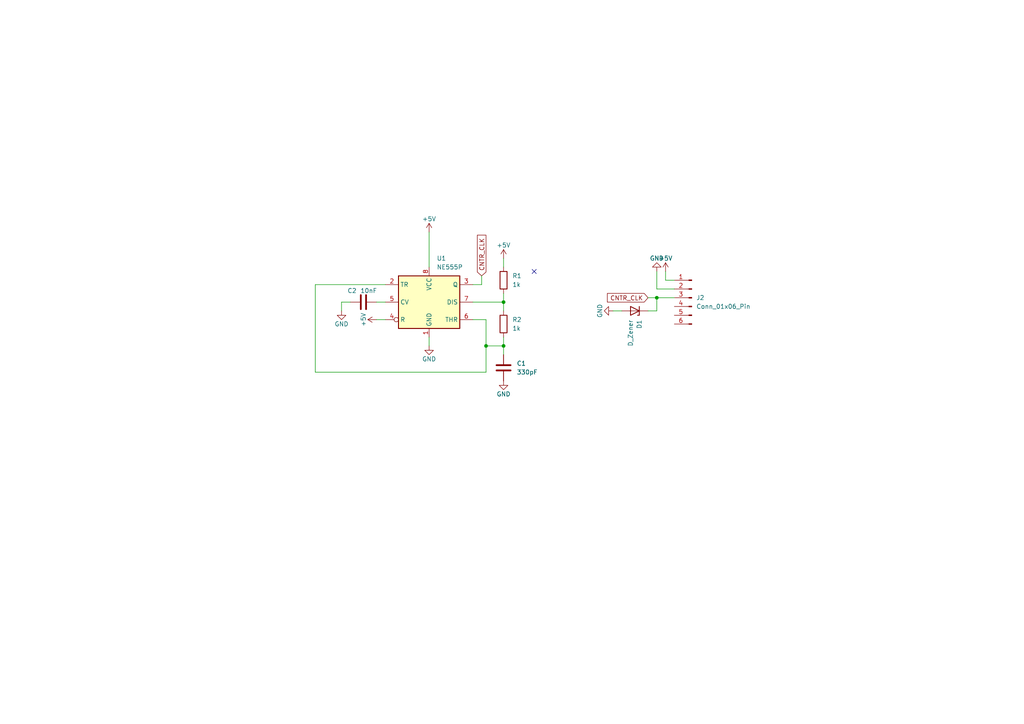
<source format=kicad_sch>
(kicad_sch (version 20231120) (generator "eeschema") (generator_version "8.0")
  (paper "A4")
  (lib_symbols
    (symbol "Connector:Conn_01x06_Pin" (pin_names (offset 1.016) hide)
      (property "Reference" "J" (at 0 7.62 0))
      (property "Value" "Conn_01x06_Pin" (at 0 -10.16 0))
      (symbol "Conn_01x06_Pin_1_1"
        (polyline (pts (xy 1.27 -7.62) (xy 0.8636 -7.62)) (stroke (width 0.1524)))
        (polyline (pts (xy 1.27 -5.08) (xy 0.8636 -5.08)) (stroke (width 0.1524)))
        (polyline (pts (xy 1.27 -2.54) (xy 0.8636 -2.54)) (stroke (width 0.1524)))
        (polyline (pts (xy 1.27 0) (xy 0.8636 0)) (stroke (width 0.1524)))
        (polyline (pts (xy 1.27 2.54) (xy 0.8636 2.54)) (stroke (width 0.1524)))
        (polyline (pts (xy 1.27 5.08) (xy 0.8636 5.08)) (stroke (width 0.1524)))
        (rectangle (start 0.8636 -7.493) (end 0 -7.747) (stroke (width 0.1524)) (fill (type outline)))
        (rectangle (start 0.8636 -4.953) (end 0 -5.207) (stroke (width 0.1524)) (fill (type outline)))
        (rectangle (start 0.8636 -2.413) (end 0 -2.667) (stroke (width 0.1524)) (fill (type outline)))
        (rectangle (start 0.8636 0.127) (end 0 -0.127) (stroke (width 0.1524)) (fill (type outline)))
        (rectangle (start 0.8636 2.667) (end 0 2.413) (stroke (width 0.1524)) (fill (type outline)))
        (rectangle (start 0.8636 5.207) (end 0 4.953) (stroke (width 0.1524)) (fill (type outline)))
        (pin passive line (at 5.08 5.08 180) (length 3.81) (name "Pin_1") (number "1"))
        (pin passive line (at 5.08 2.54 180) (length 3.81) (name "Pin_2") (number "2"))
        (pin passive line (at 5.08 0 180) (length 3.81) (name "Pin_3") (number "3"))
        (pin passive line (at 5.08 -2.54 180) (length 3.81) (name "Pin_4") (number "4"))
        (pin passive line (at 5.08 -5.08 180) (length 3.81) (name "Pin_5") (number "5"))
        (pin passive line (at 5.08 -7.62 180) (length 3.81) (name "Pin_6") (number "6"))
      )
    )
    (symbol "Device:C" (pin_numbers hide) (pin_names (offset 0.254))
      (property "Reference" "C" (at 0.635 2.54 0))
      (property "Value" "C" (at 0.635 -2.54 0))
      (symbol "C_0_1"
        (polyline (pts (xy -2.032 -0.762) (xy 2.032 -0.762)) (stroke (width 0.508)))
        (polyline (pts (xy -2.032 0.762) (xy 2.032 0.762)) (stroke (width 0.508)))
      )
      (symbol "C_1_1"
        (pin passive line (at 0 3.81 270) (length 2.794) (name "~") (number "1"))
        (pin passive line (at 0 -3.81 90) (length 2.794) (name "~") (number "2"))
      )
    )
    (symbol "Device:D_Zener" (pin_numbers hide) (pin_names (offset 1.016) hide)
      (property "Reference" "D" (at 0 2.54 0))
      (property "Value" "D_Zener" (at 0 -2.54 0))
      (symbol "D_Zener_0_1"
        (polyline (pts (xy 1.27 0) (xy -1.27 0)))
        (polyline (pts (xy -1.27 -1.27) (xy -1.27 1.27) (xy -0.762 1.27)) (stroke (width 0.254)))
        (polyline (pts (xy 1.27 -1.27) (xy 1.27 1.27) (xy -1.27 0) (xy 1.27 -1.27)) (stroke (width 0.254)))
      )
      (symbol "D_Zener_1_1"
        (pin passive line (at -3.81 0 0) (length 2.54) (name "K") (number "1"))
        (pin passive line (at 3.81 0 180) (length 2.54) (name "A") (number "2"))
      )
    )
    (symbol "Device:R" (pin_numbers hide) (pin_names (offset 0))
      (property "Reference" "R" (at 2.032 0 90))
      (property "Value" "R" (at 0 0 90))
      (symbol "R_0_1"
        (rectangle (start -1.016 -2.54) (end 1.016 2.54) (stroke (width 0.254)))
      )
      (symbol "R_1_1"
        (pin passive line (at 0 3.81 270) (length 1.27) (name "~") (number "1"))
        (pin passive line (at 0 -3.81 90) (length 1.27) (name "~") (number "2"))
      )
    )
    (symbol "Timer:NE555P"
      (property "Reference" "U" (at -10.16 8.89 0))
      (property "Value" "NE555P" (at 2.54 8.89 0))
      (symbol "NE555P_0_0"
        (pin power_in line (at 0 -10.16 90) (length 2.54) (name "GND") (number "1"))
        (pin power_in line (at 0 10.16 270) (length 2.54) (name "VCC") (number "8"))
      )
      (symbol "NE555P_0_1"
        (rectangle (start -8.89 -7.62) (end 8.89 7.62) (stroke (width 0.254)) (fill (type background)))
        (rectangle (start -8.89 -7.62) (end 8.89 7.62) (stroke (width 0.254)) (fill (type background)))
      )
      (symbol "NE555P_1_1"
        (pin input line (at -12.7 5.08 0) (length 3.81) (name "TR") (number "2"))
        (pin output line (at 12.7 5.08 180) (length 3.81) (name "Q") (number "3"))
        (pin input inverted (at -12.7 -5.08 0) (length 3.81) (name "R") (number "4"))
        (pin input line (at -12.7 0 0) (length 3.81) (name "CV") (number "5"))
        (pin input line (at 12.7 -5.08 180) (length 3.81) (name "THR") (number "6"))
        (pin input line (at 12.7 0 180) (length 3.81) (name "DIS") (number "7"))
      )
    )
    (symbol "power:+5V" (power) (pin_names (offset 0))
      (property "Value" "+5V" (at 0 3.556 0))
      (symbol "+5V_0_1"
        (polyline (pts (xy -0.762 1.27) (xy 0 2.54)))
        (polyline (pts (xy 0 0) (xy 0 2.54)))
        (polyline (pts (xy 0 2.54) (xy 0.762 1.27)))
      )
      (symbol "+5V_1_1"
        (pin power_in line (at 0 0 90) (length 0) hide (name "+5V") (number "1"))
      )
    )
    (symbol "power:GND" (power) (pin_names (offset 0))
      (property "Value" "GND" (at 0 -3.81 0))
      (symbol "GND_0_1"
        (polyline (pts (xy 0 0) (xy 0 -1.27) (xy 1.27 -1.27) (xy 0 -2.54) (xy -1.27 -1.27) (xy 0 -1.27)))
      )
      (symbol "GND_1_1"
        (pin power_in line (at 0 0 270) (length 0) hide (name "GND") (number "1"))
      )
    )
  )
  (junction (at 140.97 100.33))
  (junction (at 190.5 86.36))
  (junction (at 146.05 100.33))
  (junction (at 146.05 87.63))
  (no_connect (at 154.94 78.74))
  (wire (pts (xy 190.5 86.36) (xy 195.58 86.36)))
  (wire (pts (xy 109.22 92.71) (xy 111.76 92.71)))
  (wire (pts (xy 124.46 100.33) (xy 124.46 97.79)))
  (wire (pts (xy 190.5 78.74) (xy 190.5 83.82)))
  (wire (pts (xy 91.44 107.95) (xy 140.97 107.95)))
  (wire (pts (xy 140.97 100.33) (xy 146.05 100.33)))
  (wire (pts (xy 99.06 87.63) (xy 101.6 87.63)))
  (wire (pts (xy 146.05 74.93) (xy 146.05 77.47)))
  (wire (pts (xy 146.05 102.87) (xy 146.05 100.33)))
  (wire (pts (xy 190.5 86.36) (xy 190.5 90.17)))
  (wire (pts (xy 195.58 81.28) (xy 193.04 81.28)))
  (wire (pts (xy 146.05 97.79) (xy 146.05 100.33)))
  (wire (pts (xy 140.97 92.71) (xy 140.97 100.33)))
  (wire (pts (xy 137.16 92.71) (xy 140.97 92.71)))
  (wire (pts (xy 139.7 82.55) (xy 137.16 82.55)))
  (wire (pts (xy 137.16 87.63) (xy 146.05 87.63)))
  (wire (pts (xy 99.06 90.17) (xy 99.06 87.63)))
  (wire (pts (xy 193.04 81.28) (xy 193.04 78.74)))
  (wire (pts (xy 109.22 87.63) (xy 111.76 87.63)))
  (wire (pts (xy 140.97 107.95) (xy 140.97 100.33)))
  (wire (pts (xy 91.44 82.55) (xy 111.76 82.55)))
  (wire (pts (xy 187.96 86.36) (xy 190.5 86.36)))
  (wire (pts (xy 187.96 90.17) (xy 190.5 90.17)))
  (wire (pts (xy 124.46 67.31) (xy 124.46 77.47)))
  (wire (pts (xy 190.5 83.82) (xy 195.58 83.82)))
  (wire (pts (xy 139.7 80.01) (xy 139.7 82.55)))
  (wire (pts (xy 146.05 85.09) (xy 146.05 87.63)))
  (wire (pts (xy 91.44 82.55) (xy 91.44 107.95)))
  (wire (pts (xy 146.05 90.17) (xy 146.05 87.63)))
  (wire (pts (xy 180.34 90.17) (xy 177.8 90.17)))
  (global_label "CNTR_CLK" (shape input) (at 187.96 86.36 180) (property "Intersheetrefs" "${INTERSHEET_REFS}" (effects (hide yes))))
  (global_label "CNTR_CLK" (shape input) (at 139.7 80.01 90) (property "Intersheetrefs" "${INTERSHEET_REFS}" (effects (hide yes))))
  (symbol (lib_id "power:GND") (at 177.8 90.17 270) (mirror x) (unit 1)
    (property "Reference" "#PWR09" (effects (hide yes)))
    (property "Value" "GND" (at 173.99 90.17 0))
  )
  (symbol (lib_id "Device:R") (at 146.05 81.28 0) (unit 1)
    (property "Reference" "R1" (at 148.59 80.0099 0) (effects (justify left)))
    (property "Value" "1k" (at 148.59 82.5499 0) (effects (justify left)))
    (property "Footprint" "Resistor_THT:R_Axial_DIN0204_L3.6mm_D1.6mm_P5.08mm_Horizontal" (effects (hide yes)))
    (property "Description" "Resistor" (effects (hide yes)))
  )
  (symbol (lib_id "Device:R") (at 146.05 93.98 0) (unit 1)
    (property "Reference" "R2" (at 148.59 92.7099 0) (effects (justify left)))
    (property "Value" "1k" (at 148.59 95.2499 0) (effects (justify left)))
    (property "Footprint" "Resistor_THT:R_Axial_DIN0204_L3.6mm_D1.6mm_P5.08mm_Horizontal" (effects (hide yes)))
    (property "Description" "Resistor" (effects (hide yes)))
  )
  (symbol (lib_id "Device:D_Zener") (at 184.15 90.17 180) (unit 1)
    (property "Reference" "D1" (at 185.4201 92.71 90) (effects (justify left)))
    (property "Value" "D_Zener" (at 182.8801 92.71 90) (effects (justify left)))
    (property "Footprint" "Diode_THT:D_5W_P12.70mm_Horizontal" (effects (hide yes)))
    (property "Description" "Zener diode" (effects (hide yes)))
  )
  (symbol (lib_id "power:+5V") (at 109.22 92.71 90) (unit 1)
    (property "Reference" "#PWR04" (effects (hide yes)))
    (property "Value" "+5V" (at 105.41 92.71 0))
  )
  (symbol (lib_id "Device:C") (at 105.41 87.63 90) (unit 1)
    (property "Reference" "C2" (at 102.108 84.328 90))
    (property "Value" "10nF" (at 106.934 84.328 90))
    (property "Footprint" "Capacitor_THT:CP_Radial_D4.0mm_P2.00mm" (effects (hide yes)))
    (property "Description" "Unpolarized capacitor" (effects (hide yes)))
  )
  (symbol (lib_id "power:GND") (at 99.06 90.17 0) (mirror y) (unit 1)
    (property "Reference" "#PWR07" (effects (hide yes)))
    (property "Value" "GND" (at 99.06 93.98 0))
  )
  (symbol (lib_id "Timer:NE555P") (at 124.46 87.63 0) (unit 1)
    (property "Reference" "U1" (at 126.6541 74.93 0) (effects (justify left)))
    (property "Value" "NE555P" (at 126.6541 77.47 0) (effects (justify left)))
    (property "Footprint" "Package_DIP:DIP-8_W7.62mm" (effects (hide yes)))
    (property "Datasheet" "http://www.ti.com/lit/ds/symlink/ne555.pdf" (effects (hide yes)))
    (property "Description" "Precision Timers, 555 compatible,  PDIP-8" (effects (hide yes)))
  )
  (symbol (lib_id "power:+5V") (at 124.46 67.31 0) (unit 1)
    (property "Reference" "#PWR03" (effects (hide yes)))
    (property "Value" "+5V" (at 124.46 63.5 0))
  )
  (symbol (lib_id "power:GND") (at 124.46 100.33 0) (mirror y) (unit 1)
    (property "Reference" "#PWR08" (effects (hide yes)))
    (property "Value" "GND" (at 124.46 104.14 0))
  )
  (symbol (lib_id "Connector:Conn_01x06_Pin") (at 200.66 86.36 0) (mirror y) (unit 1)
    (property "Reference" "J2" (at 201.93 86.3599 0) (effects (justify right)))
    (property "Value" "Conn_01x06_Pin" (at 201.93 88.8999 0) (effects (justify right)))
    (property "Footprint" "Connector_PinHeader_2.54mm:PinHeader_1x20_P2.54mm_Vertical" (effects (hide yes)))
    (property "Description" "Generic connector, single row, 01x06, script generated" (effects (hide yes)))
  )
  (symbol (lib_id "Device:C") (at 146.05 106.68 0) (unit 1)
    (property "Reference" "C1" (at 149.86 105.4099 0) (effects (justify left)))
    (property "Value" "330pF" (at 149.86 107.9499 0) (effects (justify left)))
    (property "Footprint" "Capacitor_THT:CP_Radial_D4.0mm_P2.00mm" (effects (hide yes)))
    (property "Description" "Unpolarized capacitor" (effects (hide yes)))
  )
  (symbol (lib_id "power:GND") (at 146.05 110.49 0) (mirror y) (unit 1)
    (property "Reference" "#PWR06" (effects (hide yes)))
    (property "Value" "GND" (at 146.05 114.3 0))
  )
  (symbol (lib_id "power:+5V") (at 193.04 78.74 0) (unit 1)
    (property "Reference" "#PWR02" (effects (hide yes)))
    (property "Value" "+5V" (at 193.04 74.93 0))
  )
  (symbol (lib_id "power:GND") (at 190.5 78.74 0) (mirror x) (unit 1)
    (property "Reference" "#PWR01" (effects (hide yes)))
    (property "Value" "GND" (at 190.5 74.93 0))
  )
  (symbol (lib_id "power:+5V") (at 146.05 74.93 0) (unit 1)
    (property "Reference" "#PWR05" (effects (hide yes)))
    (property "Value" "+5V" (at 146.05 71.12 0))
  )
)
</source>
